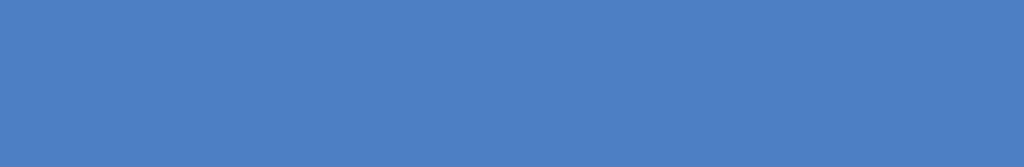
<source format=kicad_pcb>
(kicad_pcb (version 20171130) (host pcbnew "(5.0.2)-1")

  (general
    (thickness 1.6)
    (drawings 1)
    (tracks 43)
    (zones 0)
    (modules 13)
    (nets 9)
  )

  (page A4)
  (layers
    (0 F.Cu signal hide)
    (31 B.Cu signal hide)
    (32 B.Adhes user)
    (33 F.Adhes user)
    (34 B.Paste user)
    (35 F.Paste user)
    (36 B.SilkS user)
    (37 F.SilkS user)
    (38 B.Mask user)
    (39 F.Mask user)
    (40 Dwgs.User user)
    (41 Cmts.User user)
    (42 Eco1.User user)
    (43 Eco2.User user)
    (44 Edge.Cuts user)
    (45 Margin user)
    (46 B.CrtYd user)
    (47 F.CrtYd user)
    (48 B.Fab user)
    (49 F.Fab user)
  )

  (setup
    (last_trace_width 0.25)
    (user_trace_width 0.5)
    (user_trace_width 0.75)
    (trace_clearance 0.4)
    (zone_clearance 0.508)
    (zone_45_only no)
    (trace_min 0.2)
    (segment_width 0.2)
    (edge_width 0.15)
    (via_size 0.8)
    (via_drill 0.4)
    (via_min_size 0.4)
    (via_min_drill 0.3)
    (user_via 1.5 0.7)
    (user_via 2 1)
    (uvia_size 0.3)
    (uvia_drill 0.1)
    (uvias_allowed yes)
    (uvia_min_size 0.2)
    (uvia_min_drill 0.1)
    (pcb_text_width 0.3)
    (pcb_text_size 1.5 1.5)
    (mod_edge_width 0.15)
    (mod_text_size 1 1)
    (mod_text_width 0.15)
    (pad_size 4.3 4.3)
    (pad_drill 4.3)
    (pad_to_mask_clearance 0.051)
    (solder_mask_min_width 0.25)
    (aux_axis_origin 0 0)
    (visible_elements 7FFFFFFF)
    (pcbplotparams
      (layerselection 0x010fc_ffffffff)
      (usegerberextensions false)
      (usegerberattributes false)
      (usegerberadvancedattributes false)
      (creategerberjobfile false)
      (excludeedgelayer true)
      (linewidth 0.100000)
      (plotframeref false)
      (viasonmask false)
      (mode 1)
      (useauxorigin false)
      (hpglpennumber 1)
      (hpglpenspeed 20)
      (hpglpendiameter 15.000000)
      (psnegative false)
      (psa4output false)
      (plotreference true)
      (plotvalue true)
      (plotinvisibletext false)
      (padsonsilk false)
      (subtractmaskfromsilk false)
      (outputformat 1)
      (mirror false)
      (drillshape 0)
      (scaleselection 1)
      (outputdirectory ""))
  )

  (net 0 "")
  (net 1 GND)
  (net 2 +5V)
  (net 3 VCurrentRef)
  (net 4 "Net-(C3-Pad1)")
  (net 5 "Net-(J0-Pad1)")
  (net 6 VCurrentProbe)
  (net 7 VProbeOut)
  (net 8 "Net-(R1-Pad2)")

  (net_class Default "Ceci est la Netclass par défaut."
    (clearance 0.4)
    (trace_width 0.25)
    (via_dia 0.8)
    (via_drill 0.4)
    (uvia_dia 0.3)
    (uvia_drill 0.1)
    (add_net +5V)
    (add_net GND)
    (add_net "Net-(C3-Pad1)")
    (add_net "Net-(J0-Pad1)")
    (add_net "Net-(R1-Pad2)")
    (add_net VCurrentProbe)
    (add_net VCurrentRef)
    (add_net VProbeOut)
  )

  (module MountingHole:MountingHole_4.3mm_M4 (layer F.Cu) (tedit 56D1B4CB) (tstamp 5C9EE1F8)
    (at 69.85 30.48)
    (descr "Mounting Hole 4.3mm, no annular, M4")
    (tags "mounting hole 4.3mm no annular m4")
    (attr virtual)
    (fp_text reference REF** (at 0 -5.3) (layer F.SilkS)
      (effects (font (size 1 1) (thickness 0.15)))
    )
    (fp_text value MountingHole_4.3mm_M4 (at 0 5.3) (layer F.Fab)
      (effects (font (size 1 1) (thickness 0.15)))
    )
    (fp_circle (center 0 0) (end 4.55 0) (layer F.CrtYd) (width 0.05))
    (fp_circle (center 0 0) (end 4.3 0) (layer Cmts.User) (width 0.15))
    (fp_text user %R (at 0.3 0) (layer F.Fab)
      (effects (font (size 1 1) (thickness 0.15)))
    )
    (pad 1 np_thru_hole circle (at 0 0) (size 4.3 4.3) (drill 4.3) (layers *.Cu *.Mask))
  )

  (module MountingHole:MountingHole_4.3mm_M4 (layer F.Cu) (tedit 56D1B4CB) (tstamp 5C9EE1E9)
    (at 37.465 30.48)
    (descr "Mounting Hole 4.3mm, no annular, M4")
    (tags "mounting hole 4.3mm no annular m4")
    (attr virtual)
    (fp_text reference REF** (at 0 -5.3) (layer F.SilkS)
      (effects (font (size 1 1) (thickness 0.15)))
    )
    (fp_text value MountingHole_4.3mm_M4 (at 0 5.3) (layer F.Fab)
      (effects (font (size 1 1) (thickness 0.15)))
    )
    (fp_circle (center 0 0) (end 4.55 0) (layer F.CrtYd) (width 0.05))
    (fp_circle (center 0 0) (end 4.3 0) (layer Cmts.User) (width 0.15))
    (fp_text user %R (at 0.3 0) (layer F.Fab)
      (effects (font (size 1 1) (thickness 0.15)))
    )
    (pad 1 np_thru_hole circle (at 0 0) (size 4.3 4.3) (drill 4.3) (layers *.Cu *.Mask))
  )

  (module MountingHole:MountingHole_4.3mm_M4 (layer F.Cu) (tedit 56D1B4CB) (tstamp 5C9EE1DA)
    (at 37.465 88.9)
    (descr "Mounting Hole 4.3mm, no annular, M4")
    (tags "mounting hole 4.3mm no annular m4")
    (attr virtual)
    (fp_text reference REF** (at 0 -5.3) (layer F.SilkS)
      (effects (font (size 1 1) (thickness 0.15)))
    )
    (fp_text value MountingHole_4.3mm_M4 (at 0 5.3) (layer F.Fab)
      (effects (font (size 1 1) (thickness 0.15)))
    )
    (fp_circle (center 0 0) (end 4.55 0) (layer F.CrtYd) (width 0.05))
    (fp_circle (center 0 0) (end 4.3 0) (layer Cmts.User) (width 0.15))
    (fp_text user %R (at 0.3 0) (layer F.Fab)
      (effects (font (size 1 1) (thickness 0.15)))
    )
    (pad 1 np_thru_hole circle (at 0 0) (size 4.3 4.3) (drill 4.3) (layers *.Cu *.Mask))
  )

  (module MountingHole:MountingHole_4.3mm_M4 (layer F.Cu) (tedit 56D1B4CB) (tstamp 5C9EE1CB)
    (at 69.85 88.9)
    (descr "Mounting Hole 4.3mm, no annular, M4")
    (tags "mounting hole 4.3mm no annular m4")
    (attr virtual)
    (fp_text reference REF** (at 0 -5.3) (layer F.SilkS)
      (effects (font (size 1 1) (thickness 0.15)))
    )
    (fp_text value MountingHole_4.3mm_M4 (at 0 5.3) (layer F.Fab)
      (effects (font (size 1 1) (thickness 0.15)))
    )
    (fp_circle (center 0 0) (end 4.55 0) (layer F.CrtYd) (width 0.05))
    (fp_circle (center 0 0) (end 4.3 0) (layer Cmts.User) (width 0.15))
    (fp_text user %R (at 0.3 0) (layer F.Fab)
      (effects (font (size 1 1) (thickness 0.15)))
    )
    (pad 1 np_thru_hole circle (at 0 0) (size 4.3 4.3) (drill 4.3) (layers *.Cu *.Mask))
  )

  (module Capacitor_SMD:C_0603_1608Metric (layer F.Cu) (tedit 5B301BBE) (tstamp 5C9EB413)
    (at 36.3475 43.18)
    (descr "Capacitor SMD 0603 (1608 Metric), square (rectangular) end terminal, IPC_7351 nominal, (Body size source: http://www.tortai-tech.com/upload/download/2011102023233369053.pdf), generated with kicad-footprint-generator")
    (tags capacitor)
    (path /5C927A2E)
    (attr smd)
    (fp_text reference C1 (at 0 -1.43) (layer F.SilkS)
      (effects (font (size 1 1) (thickness 0.15)))
    )
    (fp_text value 47n (at 0 1.43) (layer F.Fab)
      (effects (font (size 1 1) (thickness 0.15)))
    )
    (fp_text user %R (at 0 0) (layer F.Fab)
      (effects (font (size 0.4 0.4) (thickness 0.06)))
    )
    (fp_line (start 1.48 0.73) (end -1.48 0.73) (layer F.CrtYd) (width 0.05))
    (fp_line (start 1.48 -0.73) (end 1.48 0.73) (layer F.CrtYd) (width 0.05))
    (fp_line (start -1.48 -0.73) (end 1.48 -0.73) (layer F.CrtYd) (width 0.05))
    (fp_line (start -1.48 0.73) (end -1.48 -0.73) (layer F.CrtYd) (width 0.05))
    (fp_line (start -0.162779 0.51) (end 0.162779 0.51) (layer F.SilkS) (width 0.12))
    (fp_line (start -0.162779 -0.51) (end 0.162779 -0.51) (layer F.SilkS) (width 0.12))
    (fp_line (start 0.8 0.4) (end -0.8 0.4) (layer F.Fab) (width 0.1))
    (fp_line (start 0.8 -0.4) (end 0.8 0.4) (layer F.Fab) (width 0.1))
    (fp_line (start -0.8 -0.4) (end 0.8 -0.4) (layer F.Fab) (width 0.1))
    (fp_line (start -0.8 0.4) (end -0.8 -0.4) (layer F.Fab) (width 0.1))
    (pad 2 smd roundrect (at 0.7875 0) (size 0.875 0.95) (layers F.Cu F.Paste F.Mask) (roundrect_rratio 0.25)
      (net 1 GND))
    (pad 1 smd roundrect (at -0.7875 0) (size 0.875 0.95) (layers F.Cu F.Paste F.Mask) (roundrect_rratio 0.25)
      (net 2 +5V))
    (model ${KISYS3DMOD}/Capacitor_SMD.3dshapes/C_0603_1608Metric.wrl
      (at (xyz 0 0 0))
      (scale (xyz 1 1 1))
      (rotate (xyz 0 0 0))
    )
  )

  (module Capacitor_SMD:C_0603_1608Metric (layer F.Cu) (tedit 5B301BBE) (tstamp 5C9EB424)
    (at 68.58 43.18 180)
    (descr "Capacitor SMD 0603 (1608 Metric), square (rectangular) end terminal, IPC_7351 nominal, (Body size source: http://www.tortai-tech.com/upload/download/2011102023233369053.pdf), generated with kicad-footprint-generator")
    (tags capacitor)
    (path /5C927A96)
    (attr smd)
    (fp_text reference C2 (at 0 -1.43 180) (layer F.SilkS)
      (effects (font (size 1 1) (thickness 0.15)))
    )
    (fp_text value 47n (at 0 1.43 180) (layer F.Fab)
      (effects (font (size 1 1) (thickness 0.15)))
    )
    (fp_line (start -0.8 0.4) (end -0.8 -0.4) (layer F.Fab) (width 0.1))
    (fp_line (start -0.8 -0.4) (end 0.8 -0.4) (layer F.Fab) (width 0.1))
    (fp_line (start 0.8 -0.4) (end 0.8 0.4) (layer F.Fab) (width 0.1))
    (fp_line (start 0.8 0.4) (end -0.8 0.4) (layer F.Fab) (width 0.1))
    (fp_line (start -0.162779 -0.51) (end 0.162779 -0.51) (layer F.SilkS) (width 0.12))
    (fp_line (start -0.162779 0.51) (end 0.162779 0.51) (layer F.SilkS) (width 0.12))
    (fp_line (start -1.48 0.73) (end -1.48 -0.73) (layer F.CrtYd) (width 0.05))
    (fp_line (start -1.48 -0.73) (end 1.48 -0.73) (layer F.CrtYd) (width 0.05))
    (fp_line (start 1.48 -0.73) (end 1.48 0.73) (layer F.CrtYd) (width 0.05))
    (fp_line (start 1.48 0.73) (end -1.48 0.73) (layer F.CrtYd) (width 0.05))
    (fp_text user %R (at 0 0 180) (layer F.Fab)
      (effects (font (size 0.4 0.4) (thickness 0.06)))
    )
    (pad 1 smd roundrect (at -0.7875 0 180) (size 0.875 0.95) (layers F.Cu F.Paste F.Mask) (roundrect_rratio 0.25)
      (net 1 GND))
    (pad 2 smd roundrect (at 0.7875 0 180) (size 0.875 0.95) (layers F.Cu F.Paste F.Mask) (roundrect_rratio 0.25)
      (net 3 VCurrentRef))
    (model ${KISYS3DMOD}/Capacitor_SMD.3dshapes/C_0603_1608Metric.wrl
      (at (xyz 0 0 0))
      (scale (xyz 1 1 1))
      (rotate (xyz 0 0 0))
    )
  )

  (module Capacitor_SMD:C_0603_1608Metric (layer F.Cu) (tedit 5B301BBE) (tstamp 5C9EB435)
    (at 45.72 43.18 180)
    (descr "Capacitor SMD 0603 (1608 Metric), square (rectangular) end terminal, IPC_7351 nominal, (Body size source: http://www.tortai-tech.com/upload/download/2011102023233369053.pdf), generated with kicad-footprint-generator")
    (tags capacitor)
    (path /5C9279CB)
    (attr smd)
    (fp_text reference C3 (at 0 -1.43 180) (layer F.SilkS)
      (effects (font (size 1 1) (thickness 0.15)))
    )
    (fp_text value 47n (at 0 1.43 180) (layer F.Fab)
      (effects (font (size 1 1) (thickness 0.15)))
    )
    (fp_line (start -0.8 0.4) (end -0.8 -0.4) (layer F.Fab) (width 0.1))
    (fp_line (start -0.8 -0.4) (end 0.8 -0.4) (layer F.Fab) (width 0.1))
    (fp_line (start 0.8 -0.4) (end 0.8 0.4) (layer F.Fab) (width 0.1))
    (fp_line (start 0.8 0.4) (end -0.8 0.4) (layer F.Fab) (width 0.1))
    (fp_line (start -0.162779 -0.51) (end 0.162779 -0.51) (layer F.SilkS) (width 0.12))
    (fp_line (start -0.162779 0.51) (end 0.162779 0.51) (layer F.SilkS) (width 0.12))
    (fp_line (start -1.48 0.73) (end -1.48 -0.73) (layer F.CrtYd) (width 0.05))
    (fp_line (start -1.48 -0.73) (end 1.48 -0.73) (layer F.CrtYd) (width 0.05))
    (fp_line (start 1.48 -0.73) (end 1.48 0.73) (layer F.CrtYd) (width 0.05))
    (fp_line (start 1.48 0.73) (end -1.48 0.73) (layer F.CrtYd) (width 0.05))
    (fp_text user %R (at 0 0 180) (layer F.Fab)
      (effects (font (size 0.4 0.4) (thickness 0.06)))
    )
    (pad 1 smd roundrect (at -0.7875 0 180) (size 0.875 0.95) (layers F.Cu F.Paste F.Mask) (roundrect_rratio 0.25)
      (net 4 "Net-(C3-Pad1)"))
    (pad 2 smd roundrect (at 0.7875 0 180) (size 0.875 0.95) (layers F.Cu F.Paste F.Mask) (roundrect_rratio 0.25)
      (net 1 GND))
    (model ${KISYS3DMOD}/Capacitor_SMD.3dshapes/C_0603_1608Metric.wrl
      (at (xyz 0 0 0))
      (scale (xyz 1 1 1))
      (rotate (xyz 0 0 0))
    )
  )

  (module Connector_Pin:Pin_D1.3mm_L11.3mm_W2.8mm_Flat (layer F.Cu) (tedit 5A1DC085) (tstamp 5C9EB447)
    (at 72.39 39.37)
    (descr "solder Pin_ with flat with hole, hole diameter 1.3mm, length 11.3mm, width 2.8mm")
    (tags "solder Pin_ with flat fork")
    (path /5C929020)
    (fp_text reference J0 (at 0 2.25) (layer F.SilkS)
      (effects (font (size 1 1) (thickness 0.15)))
    )
    (fp_text value VProbeIN (at 0 -2.05) (layer F.Fab)
      (effects (font (size 1 1) (thickness 0.15)))
    )
    (fp_line (start 1.9 1.8) (end -1.9 1.8) (layer F.CrtYd) (width 0.05))
    (fp_line (start 1.9 1.8) (end 1.9 -1.8) (layer F.CrtYd) (width 0.05))
    (fp_line (start -1.9 -1.8) (end -1.9 1.8) (layer F.CrtYd) (width 0.05))
    (fp_line (start -1.9 -1.8) (end 1.9 -1.8) (layer F.CrtYd) (width 0.05))
    (fp_line (start -1.4 0.25) (end -1.4 -0.25) (layer F.Fab) (width 0.12))
    (fp_line (start 1.4 -0.25) (end 1.4 0.25) (layer F.Fab) (width 0.12))
    (fp_line (start -1.5 1.45) (end 1.5 1.45) (layer F.SilkS) (width 0.12))
    (fp_line (start -1.5 -1.4) (end -1.5 1.45) (layer F.SilkS) (width 0.12))
    (fp_line (start 1.5 -1.4) (end 1.5 1.45) (layer F.SilkS) (width 0.12))
    (fp_line (start -1.5 -1.4) (end 1.5 -1.4) (layer F.SilkS) (width 0.12))
    (fp_line (start -1.4 -0.25) (end 1.4 -0.25) (layer F.Fab) (width 0.12))
    (fp_line (start 1.4 0.25) (end -1.4 0.25) (layer F.Fab) (width 0.12))
    (fp_text user %R (at 0 2.25) (layer F.Fab)
      (effects (font (size 1 1) (thickness 0.15)))
    )
    (pad 1 thru_hole circle (at 0 0) (size 2.6 2.6) (drill 1.3) (layers *.Cu *.Mask)
      (net 5 "Net-(J0-Pad1)"))
    (model ${KISYS3DMOD}/Connector_Pin.3dshapes/Pin_D1.3mm_L11.3mm_W2.8mm_Flat.wrl
      (at (xyz 0 0 0))
      (scale (xyz 1 1 1))
      (rotate (xyz 0 0 0))
    )
  )

  (module Connector_PinHeader_2.54mm:PinHeader_1x05_P2.54mm_Vertical (layer F.Cu) (tedit 59FED5CC) (tstamp 5C9EB460)
    (at 45.72 39.37 270)
    (descr "Through hole straight pin header, 1x05, 2.54mm pitch, single row")
    (tags "Through hole pin header THT 1x05 2.54mm single row")
    (path /5C9290F1)
    (fp_text reference J1 (at 0 -2.33 270) (layer F.SilkS)
      (effects (font (size 1 1) (thickness 0.15)))
    )
    (fp_text value Capteurs (at 0 12.49 270) (layer F.Fab)
      (effects (font (size 1 1) (thickness 0.15)))
    )
    (fp_line (start -0.635 -1.27) (end 1.27 -1.27) (layer F.Fab) (width 0.1))
    (fp_line (start 1.27 -1.27) (end 1.27 11.43) (layer F.Fab) (width 0.1))
    (fp_line (start 1.27 11.43) (end -1.27 11.43) (layer F.Fab) (width 0.1))
    (fp_line (start -1.27 11.43) (end -1.27 -0.635) (layer F.Fab) (width 0.1))
    (fp_line (start -1.27 -0.635) (end -0.635 -1.27) (layer F.Fab) (width 0.1))
    (fp_line (start -1.33 11.49) (end 1.33 11.49) (layer F.SilkS) (width 0.12))
    (fp_line (start -1.33 1.27) (end -1.33 11.49) (layer F.SilkS) (width 0.12))
    (fp_line (start 1.33 1.27) (end 1.33 11.49) (layer F.SilkS) (width 0.12))
    (fp_line (start -1.33 1.27) (end 1.33 1.27) (layer F.SilkS) (width 0.12))
    (fp_line (start -1.33 0) (end -1.33 -1.33) (layer F.SilkS) (width 0.12))
    (fp_line (start -1.33 -1.33) (end 0 -1.33) (layer F.SilkS) (width 0.12))
    (fp_line (start -1.8 -1.8) (end -1.8 11.95) (layer F.CrtYd) (width 0.05))
    (fp_line (start -1.8 11.95) (end 1.8 11.95) (layer F.CrtYd) (width 0.05))
    (fp_line (start 1.8 11.95) (end 1.8 -1.8) (layer F.CrtYd) (width 0.05))
    (fp_line (start 1.8 -1.8) (end -1.8 -1.8) (layer F.CrtYd) (width 0.05))
    (fp_text user %R (at 0 5.08) (layer F.Fab)
      (effects (font (size 1 1) (thickness 0.15)))
    )
    (pad 1 thru_hole rect (at 0 0 270) (size 1.7 1.7) (drill 1) (layers *.Cu *.Mask)
      (net 1 GND))
    (pad 2 thru_hole oval (at 0 2.54 270) (size 1.7 1.7) (drill 1) (layers *.Cu *.Mask)
      (net 3 VCurrentRef))
    (pad 3 thru_hole oval (at 0 5.08 270) (size 1.7 1.7) (drill 1) (layers *.Cu *.Mask)
      (net 6 VCurrentProbe))
    (pad 4 thru_hole oval (at 0 7.62 270) (size 1.7 1.7) (drill 1) (layers *.Cu *.Mask)
      (net 7 VProbeOut))
    (pad 5 thru_hole oval (at 0 10.16 270) (size 1.7 1.7) (drill 1) (layers *.Cu *.Mask)
      (net 2 +5V))
    (model ${KISYS3DMOD}/Connector_PinHeader_2.54mm.3dshapes/PinHeader_1x05_P2.54mm_Vertical.wrl
      (at (xyz 0 0 0))
      (scale (xyz 1 1 1))
      (rotate (xyz 0 0 0))
    )
  )

  (module Resistor_SMD:R_0603_1608Metric (layer F.Cu) (tedit 5B301BBD) (tstamp 5C9EB471)
    (at 68.58 38.1 180)
    (descr "Resistor SMD 0603 (1608 Metric), square (rectangular) end terminal, IPC_7351 nominal, (Body size source: http://www.tortai-tech.com/upload/download/2011102023233369053.pdf), generated with kicad-footprint-generator")
    (tags resistor)
    (path /5C9278CE)
    (attr smd)
    (fp_text reference R1 (at 0 -1.43 180) (layer F.SilkS)
      (effects (font (size 1 1) (thickness 0.15)))
    )
    (fp_text value 5.1M (at 0 1.43 180) (layer F.Fab)
      (effects (font (size 1 1) (thickness 0.15)))
    )
    (fp_line (start -0.8 0.4) (end -0.8 -0.4) (layer F.Fab) (width 0.1))
    (fp_line (start -0.8 -0.4) (end 0.8 -0.4) (layer F.Fab) (width 0.1))
    (fp_line (start 0.8 -0.4) (end 0.8 0.4) (layer F.Fab) (width 0.1))
    (fp_line (start 0.8 0.4) (end -0.8 0.4) (layer F.Fab) (width 0.1))
    (fp_line (start -0.162779 -0.51) (end 0.162779 -0.51) (layer F.SilkS) (width 0.12))
    (fp_line (start -0.162779 0.51) (end 0.162779 0.51) (layer F.SilkS) (width 0.12))
    (fp_line (start -1.48 0.73) (end -1.48 -0.73) (layer F.CrtYd) (width 0.05))
    (fp_line (start -1.48 -0.73) (end 1.48 -0.73) (layer F.CrtYd) (width 0.05))
    (fp_line (start 1.48 -0.73) (end 1.48 0.73) (layer F.CrtYd) (width 0.05))
    (fp_line (start 1.48 0.73) (end -1.48 0.73) (layer F.CrtYd) (width 0.05))
    (fp_text user %R (at 0 0 180) (layer F.Fab)
      (effects (font (size 0.4 0.4) (thickness 0.06)))
    )
    (pad 1 smd roundrect (at -0.7875 0 180) (size 0.875 0.95) (layers F.Cu F.Paste F.Mask) (roundrect_rratio 0.25)
      (net 5 "Net-(J0-Pad1)"))
    (pad 2 smd roundrect (at 0.7875 0 180) (size 0.875 0.95) (layers F.Cu F.Paste F.Mask) (roundrect_rratio 0.25)
      (net 8 "Net-(R1-Pad2)"))
    (model ${KISYS3DMOD}/Resistor_SMD.3dshapes/R_0603_1608Metric.wrl
      (at (xyz 0 0 0))
      (scale (xyz 1 1 1))
      (rotate (xyz 0 0 0))
    )
  )

  (module Resistor_SMD:R_0603_1608Metric (layer F.Cu) (tedit 5B301BBD) (tstamp 5C9EB482)
    (at 68.58 40.64)
    (descr "Resistor SMD 0603 (1608 Metric), square (rectangular) end terminal, IPC_7351 nominal, (Body size source: http://www.tortai-tech.com/upload/download/2011102023233369053.pdf), generated with kicad-footprint-generator")
    (tags resistor)
    (path /5C927956)
    (attr smd)
    (fp_text reference R2 (at 0 -1.43) (layer F.SilkS)
      (effects (font (size 1 1) (thickness 0.15)))
    )
    (fp_text value 1M (at 0 1.695001) (layer F.Fab)
      (effects (font (size 1 1) (thickness 0.15)))
    )
    (fp_text user %R (at 0 0) (layer F.Fab)
      (effects (font (size 0.4 0.4) (thickness 0.06)))
    )
    (fp_line (start 1.48 0.73) (end -1.48 0.73) (layer F.CrtYd) (width 0.05))
    (fp_line (start 1.48 -0.73) (end 1.48 0.73) (layer F.CrtYd) (width 0.05))
    (fp_line (start -1.48 -0.73) (end 1.48 -0.73) (layer F.CrtYd) (width 0.05))
    (fp_line (start -1.48 0.73) (end -1.48 -0.73) (layer F.CrtYd) (width 0.05))
    (fp_line (start -0.162779 0.51) (end 0.162779 0.51) (layer F.SilkS) (width 0.12))
    (fp_line (start -0.162779 -0.51) (end 0.162779 -0.51) (layer F.SilkS) (width 0.12))
    (fp_line (start 0.8 0.4) (end -0.8 0.4) (layer F.Fab) (width 0.1))
    (fp_line (start 0.8 -0.4) (end 0.8 0.4) (layer F.Fab) (width 0.1))
    (fp_line (start -0.8 -0.4) (end 0.8 -0.4) (layer F.Fab) (width 0.1))
    (fp_line (start -0.8 0.4) (end -0.8 -0.4) (layer F.Fab) (width 0.1))
    (pad 2 smd roundrect (at 0.7875 0) (size 0.875 0.95) (layers F.Cu F.Paste F.Mask) (roundrect_rratio 0.25)
      (net 1 GND))
    (pad 1 smd roundrect (at -0.7875 0) (size 0.875 0.95) (layers F.Cu F.Paste F.Mask) (roundrect_rratio 0.25)
      (net 8 "Net-(R1-Pad2)"))
    (model ${KISYS3DMOD}/Resistor_SMD.3dshapes/R_0603_1608Metric.wrl
      (at (xyz 0 0 0))
      (scale (xyz 1 1 1))
      (rotate (xyz 0 0 0))
    )
  )

  (module Package_SO:SOIC-8_3.9x4.9mm_P1.27mm (layer F.Cu) (tedit 5A02F2D3) (tstamp 5C9EB49F)
    (at 61.595 40.64 180)
    (descr "8-Lead Plastic Small Outline (SN) - Narrow, 3.90 mm Body [SOIC] (see Microchip Packaging Specification http://ww1.microchip.com/downloads/en/PackagingSpec/00000049BQ.pdf)")
    (tags "SOIC 1.27")
    (path /5C9276D7)
    (attr smd)
    (fp_text reference U0 (at 0 -3.5 180) (layer F.SilkS)
      (effects (font (size 1 1) (thickness 0.15)))
    )
    (fp_text value MCP6002-xMS (at 0 3.5 180) (layer F.Fab)
      (effects (font (size 1 1) (thickness 0.15)))
    )
    (fp_text user %R (at 0 0 180) (layer F.Fab)
      (effects (font (size 1 1) (thickness 0.15)))
    )
    (fp_line (start -0.95 -2.45) (end 1.95 -2.45) (layer F.Fab) (width 0.1))
    (fp_line (start 1.95 -2.45) (end 1.95 2.45) (layer F.Fab) (width 0.1))
    (fp_line (start 1.95 2.45) (end -1.95 2.45) (layer F.Fab) (width 0.1))
    (fp_line (start -1.95 2.45) (end -1.95 -1.45) (layer F.Fab) (width 0.1))
    (fp_line (start -1.95 -1.45) (end -0.95 -2.45) (layer F.Fab) (width 0.1))
    (fp_line (start -3.73 -2.7) (end -3.73 2.7) (layer F.CrtYd) (width 0.05))
    (fp_line (start 3.73 -2.7) (end 3.73 2.7) (layer F.CrtYd) (width 0.05))
    (fp_line (start -3.73 -2.7) (end 3.73 -2.7) (layer F.CrtYd) (width 0.05))
    (fp_line (start -3.73 2.7) (end 3.73 2.7) (layer F.CrtYd) (width 0.05))
    (fp_line (start -2.075 -2.575) (end -2.075 -2.525) (layer F.SilkS) (width 0.15))
    (fp_line (start 2.075 -2.575) (end 2.075 -2.43) (layer F.SilkS) (width 0.15))
    (fp_line (start 2.075 2.575) (end 2.075 2.43) (layer F.SilkS) (width 0.15))
    (fp_line (start -2.075 2.575) (end -2.075 2.43) (layer F.SilkS) (width 0.15))
    (fp_line (start -2.075 -2.575) (end 2.075 -2.575) (layer F.SilkS) (width 0.15))
    (fp_line (start -2.075 2.575) (end 2.075 2.575) (layer F.SilkS) (width 0.15))
    (fp_line (start -2.075 -2.525) (end -3.475 -2.525) (layer F.SilkS) (width 0.15))
    (pad 1 smd rect (at -2.7 -1.905 180) (size 1.55 0.6) (layers F.Cu F.Paste F.Mask)
      (net 7 VProbeOut))
    (pad 2 smd rect (at -2.7 -0.635 180) (size 1.55 0.6) (layers F.Cu F.Paste F.Mask)
      (net 7 VProbeOut))
    (pad 3 smd rect (at -2.7 0.635 180) (size 1.55 0.6) (layers F.Cu F.Paste F.Mask)
      (net 8 "Net-(R1-Pad2)"))
    (pad 4 smd rect (at -2.7 1.905 180) (size 1.55 0.6) (layers F.Cu F.Paste F.Mask)
      (net 1 GND))
    (pad 5 smd rect (at 2.7 1.905 180) (size 1.55 0.6) (layers F.Cu F.Paste F.Mask)
      (net 4 "Net-(C3-Pad1)"))
    (pad 6 smd rect (at 2.7 0.635 180) (size 1.55 0.6) (layers F.Cu F.Paste F.Mask)
      (net 6 VCurrentProbe))
    (pad 7 smd rect (at 2.7 -0.635 180) (size 1.55 0.6) (layers F.Cu F.Paste F.Mask)
      (net 6 VCurrentProbe))
    (pad 8 smd rect (at 2.7 -1.905 180) (size 1.55 0.6) (layers F.Cu F.Paste F.Mask)
      (net 2 +5V))
    (model ${KISYS3DMOD}/Package_SO.3dshapes/SOIC-8_3.9x4.9mm_P1.27mm.wrl
      (at (xyz 0 0 0))
      (scale (xyz 1 1 1))
      (rotate (xyz 0 0 0))
    )
  )

  (module Sensor_Current:LEM_HTFS (layer F.Cu) (tedit 5B302CC0) (tstamp 5C9EB4DD)
    (at 53.595001 40.745001)
    (descr "LEM HTFS x00-P current transducer (https://www.lem.com/sites/default/files/products_datasheets/htfs_200_800-p.pdf)")
    (tags "HTFS current transducer")
    (path /5C927843)
    (fp_text reference U1 (at -1.5 -3.5 180) (layer F.SilkS)
      (effects (font (size 1 1) (thickness 0.15)))
    )
    (fp_text value HTFS400-P (at 0 9.5 180) (layer F.Fab)
      (effects (font (size 1 1) (thickness 0.15)))
    )
    (fp_line (start -8.38 5.01) (end -14.2 5.01) (layer F.SilkS) (width 0.12))
    (fp_line (start -18.61 37.82) (end -18.61 32.01) (layer F.SilkS) (width 0.12))
    (fp_line (start -4.61 -2.49) (end -4.61 3.74) (layer F.SilkS) (width 0.12))
    (fp_line (start -4.61 -2.49) (end 2.61 -2.49) (layer F.SilkS) (width 0.12))
    (fp_line (start 2.61 -2.49) (end 2.61 3.37) (layer F.SilkS) (width 0.12))
    (fp_circle (center 0 23.62) (end 0 3.32) (layer F.Fab) (width 0.1))
    (fp_text user %R (at 0 11.5 180) (layer F.Fab)
      (effects (font (size 1 1) (thickness 0.15)))
    )
    (fp_line (start 20.55 44.17) (end -20.55 44.17) (layer F.CrtYd) (width 0.05))
    (fp_line (start -20.55 44.17) (end -20.55 3.87) (layer F.CrtYd) (width 0.05))
    (fp_line (start -20.55 3.87) (end -5.68 3.87) (layer F.CrtYd) (width 0.05))
    (fp_line (start -4.75 3.62) (end -4.75 -2.62) (layer F.CrtYd) (width 0.05))
    (fp_line (start -4.75 -2.62) (end 2.75 -2.62) (layer F.CrtYd) (width 0.05))
    (fp_line (start 2.75 -2.62) (end 2.75 3.25) (layer F.CrtYd) (width 0.05))
    (fp_line (start 5.68 3.87) (end 20.55 3.87) (layer F.CrtYd) (width 0.05))
    (fp_line (start 20.55 44.17) (end 20.55 3.87) (layer F.CrtYd) (width 0.05))
    (fp_line (start -4.5 -2.38) (end -4.5 3.82) (layer F.Fab) (width 0.1))
    (fp_line (start 2.5 -2.38) (end 2.5 3.47) (layer F.Fab) (width 0.1))
    (fp_line (start -4.5 -2.38) (end 2.5 -2.38) (layer F.Fab) (width 0.1))
    (fp_line (start -14.25 5.12) (end -8.36 5.12) (layer F.Fab) (width 0.1))
    (fp_line (start -18.5 15.26) (end -18.5 9.37) (layer F.Fab) (width 0.1))
    (fp_arc (start -16.5 7.12) (end -14.25 5.12) (angle -186.7) (layer F.Fab) (width 0.1))
    (fp_line (start 14.25 5.12) (end 8.36 5.12) (layer F.Fab) (width 0.1))
    (fp_line (start 18.5 15.26) (end 18.5 9.37) (layer F.Fab) (width 0.1))
    (fp_arc (start 16.5 7.12) (end 18.5 9.37) (angle -186.7) (layer F.Fab) (width 0.1))
    (fp_arc (start 16.5 40.12) (end 14.25 42.12) (angle -186.7) (layer F.Fab) (width 0.1))
    (fp_line (start 18.5 37.87) (end 18.5 31.98) (layer F.Fab) (width 0.1))
    (fp_line (start -14.25 42.12) (end -8.36 42.12) (layer F.Fab) (width 0.1))
    (fp_line (start 14.25 42.12) (end 8.36 42.12) (layer F.Fab) (width 0.1))
    (fp_line (start -18.5 37.87) (end -18.5 31.98) (layer F.Fab) (width 0.1))
    (fp_arc (start -16.5 40.12) (end -18.5 37.87) (angle -186.7) (layer F.Fab) (width 0.1))
    (fp_line (start -4.75 3.62) (end -5.68 3.62) (layer F.CrtYd) (width 0.05))
    (fp_line (start -5.68 3.62) (end -5.68 3.87) (layer F.CrtYd) (width 0.05))
    (fp_line (start 5.68 3.87) (end 5.68 3.25) (layer F.CrtYd) (width 0.05))
    (fp_line (start 5.68 3.25) (end 2.75 3.25) (layer F.CrtYd) (width 0.05))
    (fp_arc (start -16.5 7.12) (end -14.2 5.01) (angle -185) (layer F.SilkS) (width 0.12))
    (fp_arc (start 16.5 7.12) (end 18.61 9.42) (angle -185) (layer F.SilkS) (width 0.12))
    (fp_arc (start 16.5 40.12) (end 14.2 42.23) (angle -185) (layer F.SilkS) (width 0.12))
    (fp_arc (start -16.5 40.12) (end -18.61 37.82) (angle -185) (layer F.SilkS) (width 0.12))
    (fp_arc (start 0 23.62) (end -4.61 3.74) (angle -11.1) (layer F.SilkS) (width 0.12))
    (fp_line (start 8.38 5.01) (end 14.2 5.01) (layer F.SilkS) (width 0.12))
    (fp_arc (start 0 23.62) (end 8.38 5.01) (angle -16.9) (layer F.SilkS) (width 0.12))
    (fp_arc (start 0 23.62) (end -18.61 15.23) (angle -48.5) (layer F.SilkS) (width 0.12))
    (fp_line (start 18.61 15.23) (end 18.61 9.42) (layer F.SilkS) (width 0.12))
    (fp_arc (start 0 23.62) (end 18.61 15.23) (angle 48.5) (layer F.SilkS) (width 0.12))
    (fp_line (start -18.61 15.23) (end -18.61 9.42) (layer F.SilkS) (width 0.12))
    (fp_line (start 18.61 37.82) (end 18.61 32.01) (layer F.SilkS) (width 0.12))
    (fp_arc (start 0 23.62) (end 8.39 42.23) (angle 48.5) (layer F.SilkS) (width 0.12))
    (fp_line (start 8.38 42.23) (end 14.2 42.23) (layer F.SilkS) (width 0.12))
    (fp_line (start -8.38 42.23) (end -14.2 42.23) (layer F.SilkS) (width 0.12))
    (pad "" np_thru_hole circle (at 0 23.62) (size 22 22) (drill 22) (layers *.Cu *.Mask))
    (pad "" np_thru_hole circle (at -16.5 40.12) (size 1.2 1.2) (drill 1.2) (layers *.Cu *.Mask))
    (pad "" np_thru_hole circle (at 16.5 40.12) (size 1.2 1.2) (drill 1.2) (layers *.Cu *.Mask))
    (pad "" np_thru_hole circle (at 16.5 7.12) (size 1.2 1.2) (drill 1.2) (layers *.Cu *.Mask))
    (pad "" np_thru_hole circle (at -16.5 7.12) (size 1.2 1.2) (drill 1.2) (layers *.Cu *.Mask))
    (pad 4 thru_hole circle (at 0 7.62) (size 1.5 1.5) (drill 0.7) (layers *.Cu *.Mask)
      (net 3 VCurrentRef))
    (pad 3 thru_hole circle (at 0 5.08) (size 1.5 1.5) (drill 0.7) (layers *.Cu *.Mask)
      (net 4 "Net-(C3-Pad1)"))
    (pad 2 thru_hole circle (at 0 2.54) (size 1.5 1.5) (drill 0.7) (layers *.Cu *.Mask)
      (net 1 GND))
    (pad 1 thru_hole rect (at 0 0) (size 1.5 1.5) (drill 0.7) (layers *.Cu *.Mask)
      (net 2 +5V))
    (model ${KISYS3DMOD}/Sensor_Current.3dshapes/LEM_HTFS.wrl
      (at (xyz 0 0 0))
      (scale (xyz 1 1 1))
      (rotate (xyz 0 0 0))
    )
  )

  (gr_text "ClubElek 2019" (at 53.975 88.265) (layer F.Mask)
    (effects (font (size 1.5 1.5) (thickness 0.3)))
  )

  (segment (start 35.56 39.37) (end 35.56 43.18) (width 0.75) (layer F.Cu) (net 2))
  (segment (start 57.87 42.545) (end 58.895 42.545) (width 0.75) (layer F.Cu) (net 2))
  (segment (start 56.395 42.545) (end 57.87 42.545) (width 0.75) (layer F.Cu) (net 2))
  (segment (start 54.595001 40.745001) (end 56.395 42.545) (width 0.75) (layer F.Cu) (net 2))
  (segment (start 53.595001 40.745001) (end 54.595001 40.745001) (width 0.75) (layer F.Cu) (net 2))
  (segment (start 52.095001 40.745001) (end 53.595001 40.745001) (width 0.75) (layer B.Cu) (net 2))
  (segment (start 50.930002 41.91) (end 52.095001 40.745001) (width 0.75) (layer B.Cu) (net 2))
  (segment (start 38.1 41.91) (end 50.930002 41.91) (width 0.75) (layer B.Cu) (net 2))
  (segment (start 35.56 39.37) (end 38.1 41.91) (width 0.75) (layer B.Cu) (net 2))
  (segment (start 53.595001 48.365001) (end 47.095001 48.365001) (width 0.75) (layer F.Cu) (net 3))
  (segment (start 43.18 44.45) (end 43.18 39.37) (width 0.75) (layer F.Cu) (net 3))
  (segment (start 47.095001 48.365001) (end 43.18 44.45) (width 0.75) (layer F.Cu) (net 3))
  (segment (start 62.607499 48.365001) (end 67.7925 43.18) (width 0.75) (layer F.Cu) (net 3))
  (segment (start 53.595001 48.365001) (end 62.607499 48.365001) (width 0.75) (layer F.Cu) (net 3))
  (segment (start 49.152501 45.825001) (end 46.5075 43.18) (width 0.75) (layer F.Cu) (net 4))
  (segment (start 53.595001 45.825001) (end 49.152501 45.825001) (width 0.75) (layer F.Cu) (net 4))
  (segment (start 60.42 38.735) (end 58.895 38.735) (width 0.75) (layer F.Cu) (net 4))
  (segment (start 60.445001 38.760001) (end 60.42 38.735) (width 0.75) (layer F.Cu) (net 4))
  (segment (start 60.445001 43.465001) (end 60.445001 38.760001) (width 0.75) (layer F.Cu) (net 4))
  (segment (start 58.085001 45.825001) (end 60.445001 43.465001) (width 0.75) (layer F.Cu) (net 4))
  (segment (start 53.595001 45.825001) (end 58.085001 45.825001) (width 0.75) (layer F.Cu) (net 4))
  (segment (start 71.12 38.1) (end 72.39 39.37) (width 0.75) (layer F.Cu) (net 5))
  (segment (start 69.3675 38.1) (end 71.12 38.1) (width 0.75) (layer F.Cu) (net 5))
  (segment (start 58.895 41.275) (end 58.895 40.005) (width 0.75) (layer F.Cu) (net 6))
  (segment (start 58.895 40.005) (end 58.42 40.005) (width 0.75) (layer F.Cu) (net 6))
  (segment (start 41.489999 38.520001) (end 40.64 39.37) (width 0.75) (layer F.Cu) (net 6))
  (segment (start 42.265001 37.744999) (end 41.489999 38.520001) (width 0.75) (layer F.Cu) (net 6))
  (segment (start 53.490001 37.744999) (end 42.265001 37.744999) (width 0.75) (layer F.Cu) (net 6))
  (segment (start 55.750002 40.005) (end 53.490001 37.744999) (width 0.75) (layer F.Cu) (net 6))
  (segment (start 58.895 40.005) (end 55.750002 40.005) (width 0.75) (layer F.Cu) (net 6))
  (segment (start 64.295 42.545) (end 64.295 41.275) (width 0.75) (layer F.Cu) (net 7))
  (segment (start 38.949999 38.520001) (end 38.1 39.37) (width 0.75) (layer F.Cu) (net 7))
  (segment (start 40.875011 36.594989) (end 38.949999 38.520001) (width 0.75) (layer F.Cu) (net 7))
  (segment (start 59.906348 36.594989) (end 40.875011 36.594989) (width 0.75) (layer F.Cu) (net 7))
  (segment (start 61.595011 38.283652) (end 59.906348 36.594989) (width 0.75) (layer F.Cu) (net 7))
  (segment (start 61.595011 39.775013) (end 61.595011 38.283652) (width 0.75) (layer F.Cu) (net 7))
  (segment (start 63.094998 41.275) (end 61.595011 39.775013) (width 0.75) (layer F.Cu) (net 7))
  (segment (start 64.295 41.275) (end 63.094998 41.275) (width 0.75) (layer F.Cu) (net 7))
  (segment (start 67.7925 40.64) (end 67.7925 38.1) (width 0.75) (layer F.Cu) (net 8))
  (segment (start 65.32 40.005) (end 64.295 40.005) (width 0.75) (layer F.Cu) (net 8))
  (segment (start 67.7325 40.005) (end 65.32 40.005) (width 0.75) (layer F.Cu) (net 8))
  (segment (start 67.7925 40.065) (end 67.7325 40.005) (width 0.75) (layer F.Cu) (net 8))
  (segment (start 67.7925 40.64) (end 67.7925 40.065) (width 0.75) (layer F.Cu) (net 8))

  (zone (net 1) (net_name GND) (layer F.Cu) (tstamp 5C9EE41D) (hatch edge 0.508)
    (connect_pads (clearance 0.508))
    (min_thickness 0.254)
    (fill yes (arc_segments 16) (thermal_gap 0.508) (thermal_bridge_width 0.508))
    (polygon
      (pts
        (xy 31.75 25.4) (xy 75.565 25.4) (xy 75.565 95.25) (xy 31.75 95.25)
      )
    )
    (filled_polygon
      (pts
        (xy 75.438 95.123) (xy 31.877 95.123) (xy 31.877 88.346029) (xy 34.68 88.346029) (xy 34.68 89.453971)
        (xy 35.103991 90.477576) (xy 35.887424 91.261009) (xy 36.911029 91.685) (xy 38.018971 91.685) (xy 39.042576 91.261009)
        (xy 39.826009 90.477576) (xy 40.25 89.453971) (xy 40.25 88.346029) (xy 67.065 88.346029) (xy 67.065 89.453971)
        (xy 67.488991 90.477576) (xy 68.272424 91.261009) (xy 69.296029 91.685) (xy 70.403971 91.685) (xy 71.427576 91.261009)
        (xy 72.211009 90.477576) (xy 72.635 89.453971) (xy 72.635 88.346029) (xy 72.211009 87.322424) (xy 71.427576 86.538991)
        (xy 70.403971 86.115) (xy 69.296029 86.115) (xy 68.272424 86.538991) (xy 67.488991 87.322424) (xy 67.065 88.346029)
        (xy 40.25 88.346029) (xy 39.826009 87.322424) (xy 39.042576 86.538991) (xy 38.018971 86.115) (xy 36.911029 86.115)
        (xy 35.887424 86.538991) (xy 35.103991 87.322424) (xy 34.68 88.346029) (xy 31.877 88.346029) (xy 31.877 80.619344)
        (xy 35.860001 80.619344) (xy 35.860001 81.110658) (xy 36.048019 81.564572) (xy 36.39543 81.911983) (xy 36.849344 82.100001)
        (xy 37.340658 82.100001) (xy 37.794572 81.911983) (xy 38.141983 81.564572) (xy 38.330001 81.110658) (xy 38.330001 80.619344)
        (xy 68.860001 80.619344) (xy 68.860001 81.110658) (xy 69.048019 81.564572) (xy 69.39543 81.911983) (xy 69.849344 82.100001)
        (xy 70.340658 82.100001) (xy 70.794572 81.911983) (xy 71.141983 81.564572) (xy 71.330001 81.110658) (xy 71.330001 80.619344)
        (xy 71.141983 80.16543) (xy 70.794572 79.818019) (xy 70.340658 79.630001) (xy 69.849344 79.630001) (xy 69.39543 79.818019)
        (xy 69.048019 80.16543) (xy 68.860001 80.619344) (xy 38.330001 80.619344) (xy 38.141983 80.16543) (xy 37.794572 79.818019)
        (xy 37.340658 79.630001) (xy 36.849344 79.630001) (xy 36.39543 79.818019) (xy 36.048019 80.16543) (xy 35.860001 80.619344)
        (xy 31.877 80.619344) (xy 31.877 62.050656) (xy 41.960001 62.050656) (xy 41.960001 66.679346) (xy 43.731324 70.955699)
        (xy 47.004303 74.228678) (xy 51.280656 76.000001) (xy 55.909346 76.000001) (xy 60.185699 74.228678) (xy 63.458678 70.955699)
        (xy 65.230001 66.679346) (xy 65.230001 62.050656) (xy 63.458678 57.774303) (xy 60.185699 54.501324) (xy 55.909346 52.730001)
        (xy 51.280656 52.730001) (xy 47.004303 54.501324) (xy 43.731324 57.774303) (xy 41.960001 62.050656) (xy 31.877 62.050656)
        (xy 31.877 47.619344) (xy 35.860001 47.619344) (xy 35.860001 48.110658) (xy 36.048019 48.564572) (xy 36.39543 48.911983)
        (xy 36.849344 49.100001) (xy 37.340658 49.100001) (xy 37.794572 48.911983) (xy 38.141983 48.564572) (xy 38.330001 48.110658)
        (xy 38.330001 47.619344) (xy 38.141983 47.16543) (xy 37.794572 46.818019) (xy 37.340658 46.630001) (xy 36.849344 46.630001)
        (xy 36.39543 46.818019) (xy 36.048019 47.16543) (xy 35.860001 47.619344) (xy 31.877 47.619344) (xy 31.877 39.37)
        (xy 34.045908 39.37) (xy 34.161161 39.949418) (xy 34.489375 40.440625) (xy 34.55 40.481134) (xy 34.550001 42.578795)
        (xy 34.540995 42.592273) (xy 34.47506 42.92375) (xy 34.47506 43.43625) (xy 34.540995 43.767727) (xy 34.728761 44.048739)
        (xy 35.009773 44.236505) (xy 35.34125 44.30244) (xy 35.77875 44.30244) (xy 36.110227 44.236505) (xy 36.272531 44.128057)
        (xy 36.337802 44.193327) (xy 36.571191 44.29) (xy 36.84925 44.29) (xy 37.008 44.13125) (xy 37.008 43.307)
        (xy 37.262 43.307) (xy 37.262 44.13125) (xy 37.42075 44.29) (xy 37.698809 44.29) (xy 37.932198 44.193327)
        (xy 38.110827 44.014699) (xy 38.2075 43.78131) (xy 38.2075 43.46575) (xy 38.04875 43.307) (xy 37.262 43.307)
        (xy 37.008 43.307) (xy 36.988 43.307) (xy 36.988 43.053) (xy 37.008 43.053) (xy 37.008 42.22875)
        (xy 37.262 42.22875) (xy 37.262 43.053) (xy 38.04875 43.053) (xy 38.2075 42.89425) (xy 38.2075 42.57869)
        (xy 38.110827 42.345301) (xy 37.932198 42.166673) (xy 37.698809 42.07) (xy 37.42075 42.07) (xy 37.262 42.22875)
        (xy 37.008 42.22875) (xy 36.84925 42.07) (xy 36.571191 42.07) (xy 36.57 42.070493) (xy 36.57 40.481133)
        (xy 36.630625 40.440625) (xy 36.83 40.142239) (xy 37.029375 40.440625) (xy 37.520582 40.768839) (xy 37.953744 40.855)
        (xy 38.246256 40.855) (xy 38.679418 40.768839) (xy 39.170625 40.440625) (xy 39.37 40.142239) (xy 39.569375 40.440625)
        (xy 40.060582 40.768839) (xy 40.493744 40.855) (xy 40.786256 40.855) (xy 41.219418 40.768839) (xy 41.710625 40.440625)
        (xy 41.91 40.142239) (xy 42.109375 40.440625) (xy 42.170001 40.481134) (xy 42.17 44.350529) (xy 42.150214 44.45)
        (xy 42.17 44.549471) (xy 42.17 44.549475) (xy 42.228601 44.844081) (xy 42.451831 45.178169) (xy 42.536163 45.234518)
        (xy 46.310485 49.008841) (xy 46.366832 49.09317) (xy 46.451161 49.149517) (xy 46.451163 49.149519) (xy 46.700918 49.3164)
        (xy 46.762116 49.328573) (xy 46.995525 49.375001) (xy 46.995529 49.375001) (xy 47.095001 49.394787) (xy 47.194473 49.375001)
        (xy 52.646314 49.375001) (xy 52.810461 49.539148) (xy 53.319507 49.750001) (xy 53.870495 49.750001) (xy 54.379541 49.539148)
        (xy 54.543688 49.375001) (xy 62.508028 49.375001) (xy 62.607499 49.394787) (xy 62.70697 49.375001) (xy 62.706975 49.375001)
        (xy 63.001581 49.3164) (xy 63.335668 49.09317) (xy 63.392017 49.008838) (xy 64.781511 47.619344) (xy 68.860001 47.619344)
        (xy 68.860001 48.110658) (xy 69.048019 48.564572) (xy 69.39543 48.911983) (xy 69.849344 49.100001) (xy 70.340658 49.100001)
        (xy 70.794572 48.911983) (xy 71.141983 48.564572) (xy 71.330001 48.110658) (xy 71.330001 47.619344) (xy 71.141983 47.16543)
        (xy 70.794572 46.818019) (xy 70.340658 46.630001) (xy 69.849344 46.630001) (xy 69.39543 46.818019) (xy 69.048019 47.16543)
        (xy 68.860001 47.619344) (xy 64.781511 47.619344) (xy 68.12006 44.280796) (xy 68.342727 44.236505) (xy 68.505031 44.128057)
        (xy 68.570302 44.193327) (xy 68.803691 44.29) (xy 69.08175 44.29) (xy 69.2405 44.13125) (xy 69.2405 43.307)
        (xy 69.4945 43.307) (xy 69.4945 44.13125) (xy 69.65325 44.29) (xy 69.931309 44.29) (xy 70.164698 44.193327)
        (xy 70.343327 44.014699) (xy 70.44 43.78131) (xy 70.44 43.46575) (xy 70.28125 43.307) (xy 69.4945 43.307)
        (xy 69.2405 43.307) (xy 69.2205 43.307) (xy 69.2205 43.053) (xy 69.2405 43.053) (xy 69.2405 42.22875)
        (xy 69.4945 42.22875) (xy 69.4945 43.053) (xy 70.28125 43.053) (xy 70.44 42.89425) (xy 70.44 42.57869)
        (xy 70.343327 42.345301) (xy 70.164698 42.166673) (xy 69.931309 42.07) (xy 69.65325 42.07) (xy 69.4945 42.22875)
        (xy 69.2405 42.22875) (xy 69.08175 42.07) (xy 68.803691 42.07) (xy 68.570302 42.166673) (xy 68.505031 42.231943)
        (xy 68.342727 42.123495) (xy 68.01125 42.05756) (xy 67.57375 42.05756) (xy 67.242273 42.123495) (xy 66.961261 42.311261)
        (xy 66.773495 42.592273) (xy 66.729204 42.81494) (xy 62.189144 47.355001) (xy 54.543688 47.355001) (xy 54.379541 47.190854)
        (xy 54.148131 47.095001) (xy 54.379541 46.999148) (xy 54.543688 46.835001) (xy 57.98553 46.835001) (xy 58.085001 46.854787)
        (xy 58.184472 46.835001) (xy 58.184477 46.835001) (xy 58.479083 46.7764) (xy 58.81317 46.55317) (xy 58.869519 46.468838)
        (xy 61.088839 44.249518) (xy 61.17317 44.19317) (xy 61.3964 43.859083) (xy 61.455001 43.564477) (xy 61.455001 43.564473)
        (xy 61.474787 43.465002) (xy 61.455001 43.365531) (xy 61.455001 41.063358) (xy 62.310482 41.91884) (xy 62.366829 42.003169)
        (xy 62.451158 42.059516) (xy 62.45116 42.059518) (xy 62.546909 42.123495) (xy 62.700916 42.226399) (xy 62.87256 42.260541)
        (xy 62.87256 42.845) (xy 62.921843 43.092765) (xy 63.062191 43.302809) (xy 63.272235 43.443157) (xy 63.52 43.49244)
        (xy 63.894993 43.49244) (xy 63.900918 43.496399) (xy 64.295 43.574787) (xy 64.689081 43.496399) (xy 64.695006 43.49244)
        (xy 65.07 43.49244) (xy 65.317765 43.443157) (xy 65.527809 43.302809) (xy 65.668157 43.092765) (xy 65.71744 42.845)
        (xy 65.71744 42.245) (xy 65.668157 41.997235) (xy 65.609868 41.91) (xy 65.668157 41.822765) (xy 65.71744 41.575)
        (xy 65.71744 41.015) (xy 66.731181 41.015) (xy 66.773495 41.227727) (xy 66.961261 41.508739) (xy 67.242273 41.696505)
        (xy 67.57375 41.76244) (xy 68.01125 41.76244) (xy 68.342727 41.696505) (xy 68.505031 41.588057) (xy 68.570302 41.653327)
        (xy 68.803691 41.75) (xy 69.08175 41.75) (xy 69.2405 41.59125) (xy 69.2405 40.767) (xy 69.4945 40.767)
        (xy 69.4945 41.59125) (xy 69.65325 41.75) (xy 69.931309 41.75) (xy 70.164698 41.653327) (xy 70.343327 41.474699)
        (xy 70.44 41.24131) (xy 70.44 40.92575) (xy 70.28125 40.767) (xy 69.4945 40.767) (xy 69.2405 40.767)
        (xy 69.2205 40.767) (xy 69.2205 40.513) (xy 69.2405 40.513) (xy 69.2405 39.68875) (xy 69.4945 39.68875)
        (xy 69.4945 40.513) (xy 70.28125 40.513) (xy 70.44 40.35425) (xy 70.44 40.03869) (xy 70.343327 39.805301)
        (xy 70.164698 39.626673) (xy 69.931309 39.53) (xy 69.65325 39.53) (xy 69.4945 39.68875) (xy 69.2405 39.68875)
        (xy 69.08175 39.53) (xy 68.803691 39.53) (xy 68.8025 39.530493) (xy 68.8025 39.146634) (xy 68.817273 39.156505)
        (xy 69.14875 39.22244) (xy 69.58625 39.22244) (xy 69.917727 39.156505) (xy 69.987327 39.11) (xy 70.455 39.11)
        (xy 70.455 39.754895) (xy 70.749586 40.46609) (xy 71.29391 41.010414) (xy 72.005105 41.305) (xy 72.774895 41.305)
        (xy 73.48609 41.010414) (xy 74.030414 40.46609) (xy 74.325 39.754895) (xy 74.325 38.985105) (xy 74.030414 38.27391)
        (xy 73.48609 37.729586) (xy 72.774895 37.435) (xy 72.005105 37.435) (xy 71.919015 37.47066) (xy 71.904518 37.456163)
        (xy 71.848169 37.371831) (xy 71.514082 37.148601) (xy 71.219476 37.09) (xy 71.219471 37.09) (xy 71.12 37.070214)
        (xy 71.020529 37.09) (xy 69.987327 37.09) (xy 69.917727 37.043495) (xy 69.58625 36.97756) (xy 69.14875 36.97756)
        (xy 68.817273 37.043495) (xy 68.58 37.202036) (xy 68.342727 37.043495) (xy 68.01125 36.97756) (xy 67.57375 36.97756)
        (xy 67.242273 37.043495) (xy 66.961261 37.231261) (xy 66.773495 37.512273) (xy 66.70756 37.84375) (xy 66.70756 38.35625)
        (xy 66.773495 38.687727) (xy 66.782501 38.701205) (xy 66.782501 38.995) (xy 65.67925 38.995) (xy 65.54625 38.862)
        (xy 64.422 38.862) (xy 64.422 38.882) (xy 64.168 38.882) (xy 64.168 38.862) (xy 63.04375 38.862)
        (xy 62.885 39.02075) (xy 62.885 39.16131) (xy 62.974768 39.378028) (xy 62.921843 39.457235) (xy 62.885964 39.637611)
        (xy 62.605011 39.356658) (xy 62.605011 38.383122) (xy 62.619816 38.30869) (xy 62.885 38.30869) (xy 62.885 38.44925)
        (xy 63.04375 38.608) (xy 64.168 38.608) (xy 64.168 37.95875) (xy 64.422 37.95875) (xy 64.422 38.608)
        (xy 65.54625 38.608) (xy 65.705 38.44925) (xy 65.705 38.30869) (xy 65.608327 38.075301) (xy 65.429698 37.896673)
        (xy 65.196309 37.8) (xy 64.58075 37.8) (xy 64.422 37.95875) (xy 64.168 37.95875) (xy 64.00925 37.8)
        (xy 63.393691 37.8) (xy 63.160302 37.896673) (xy 62.981673 38.075301) (xy 62.885 38.30869) (xy 62.619816 38.30869)
        (xy 62.624797 38.283651) (xy 62.605011 38.18418) (xy 62.605011 38.184176) (xy 62.54641 37.88957) (xy 62.32318 37.555483)
        (xy 62.238848 37.499134) (xy 60.690866 35.951152) (xy 60.634517 35.86682) (xy 60.30043 35.64359) (xy 60.005824 35.584989)
        (xy 60.005819 35.584989) (xy 59.906348 35.565203) (xy 59.806877 35.584989) (xy 40.974481 35.584989) (xy 40.87501 35.565203)
        (xy 40.775539 35.584989) (xy 40.775535 35.584989) (xy 40.480929 35.64359) (xy 40.146842 35.86682) (xy 40.090493 35.951152)
        (xy 38.156645 37.885) (xy 37.953744 37.885) (xy 37.520582 37.971161) (xy 37.029375 38.299375) (xy 36.83 38.597761)
        (xy 36.630625 38.299375) (xy 36.139418 37.971161) (xy 35.706256 37.885) (xy 35.413744 37.885) (xy 34.980582 37.971161)
        (xy 34.489375 38.299375) (xy 34.161161 38.790582) (xy 34.045908 39.37) (xy 31.877 39.37) (xy 31.877 29.926029)
        (xy 34.68 29.926029) (xy 34.68 31.033971) (xy 35.103991 32.057576) (xy 35.887424 32.841009) (xy 36.911029 33.265)
        (xy 38.018971 33.265) (xy 39.042576 32.841009) (xy 39.826009 32.057576) (xy 40.25 31.033971) (xy 40.25 29.926029)
        (xy 67.065 29.926029) (xy 67.065 31.033971) (xy 67.488991 32.057576) (xy 68.272424 32.841009) (xy 69.296029 33.265)
        (xy 70.403971 33.265) (xy 71.427576 32.841009) (xy 72.211009 32.057576) (xy 72.635 31.033971) (xy 72.635 29.926029)
        (xy 72.211009 28.902424) (xy 71.427576 28.118991) (xy 70.403971 27.695) (xy 69.296029 27.695) (xy 68.272424 28.118991)
        (xy 67.488991 28.902424) (xy 67.065 29.926029) (xy 40.25 29.926029) (xy 39.826009 28.902424) (xy 39.042576 28.118991)
        (xy 38.018971 27.695) (xy 36.911029 27.695) (xy 35.887424 28.118991) (xy 35.103991 28.902424) (xy 34.68 29.926029)
        (xy 31.877 29.926029) (xy 31.877 25.527) (xy 75.438 25.527)
      )
    )
    (filled_polygon
      (pts
        (xy 53.664208 39.347561) (xy 52.845001 39.347561) (xy 52.597236 39.396844) (xy 52.387192 39.537192) (xy 52.246844 39.747236)
        (xy 52.197561 39.995001) (xy 52.197561 41.495001) (xy 52.246844 41.742766) (xy 52.387192 41.95281) (xy 52.597236 42.093158)
        (xy 52.845001 42.142441) (xy 52.851354 42.142441) (xy 52.803089 42.313484) (xy 53.595001 43.105396) (xy 54.386913 42.313484)
        (xy 54.338648 42.142441) (xy 54.345001 42.142441) (xy 54.527737 42.106093) (xy 55.610484 43.18884) (xy 55.666831 43.273169)
        (xy 55.75116 43.329516) (xy 55.751162 43.329518) (xy 55.886899 43.420214) (xy 56.000918 43.496399) (xy 56.295524 43.555)
        (xy 56.295529 43.555) (xy 56.395 43.574786) (xy 56.494471 43.555) (xy 58.926647 43.555) (xy 57.666646 44.815001)
        (xy 54.543688 44.815001) (xy 54.379541 44.650854) (xy 54.164071 44.561604) (xy 54.318924 44.497461) (xy 54.386913 44.256518)
        (xy 53.595001 43.464606) (xy 52.803089 44.256518) (xy 52.871078 44.497461) (xy 53.037659 44.556746) (xy 52.810461 44.650854)
        (xy 52.646314 44.815001) (xy 49.570856 44.815001) (xy 47.836027 43.080172) (xy 52.1978 43.080172) (xy 52.225771 43.630449)
        (xy 52.382541 44.008924) (xy 52.623484 44.076913) (xy 53.415396 43.285001) (xy 53.774606 43.285001) (xy 54.566518 44.076913)
        (xy 54.807461 44.008924) (xy 54.992202 43.48983) (xy 54.964231 42.939553) (xy 54.807461 42.561078) (xy 54.566518 42.493089)
        (xy 53.774606 43.285001) (xy 53.415396 43.285001) (xy 52.623484 42.493089) (xy 52.382541 42.561078) (xy 52.1978 43.080172)
        (xy 47.836027 43.080172) (xy 47.570797 42.814942) (xy 47.526505 42.592273) (xy 47.338739 42.311261) (xy 47.057727 42.123495)
        (xy 46.72625 42.05756) (xy 46.28875 42.05756) (xy 45.957273 42.123495) (xy 45.794969 42.231943) (xy 45.729698 42.166673)
        (xy 45.496309 42.07) (xy 45.21825 42.07) (xy 45.0595 42.22875) (xy 45.0595 43.053) (xy 45.0795 43.053)
        (xy 45.0795 43.307) (xy 45.0595 43.307) (xy 45.0595 44.13125) (xy 45.21825 44.29) (xy 45.496309 44.29)
        (xy 45.729698 44.193327) (xy 45.794969 44.128057) (xy 45.957273 44.236505) (xy 46.179942 44.280797) (xy 48.367983 46.468838)
        (xy 48.424332 46.55317) (xy 48.758419 46.7764) (xy 49.053025 46.835001) (xy 49.053029 46.835001) (xy 49.1525 46.854787)
        (xy 49.251971 46.835001) (xy 52.646314 46.835001) (xy 52.810461 46.999148) (xy 53.041871 47.095001) (xy 52.810461 47.190854)
        (xy 52.646314 47.355001) (xy 47.513357 47.355001) (xy 44.448355 44.29) (xy 44.64675 44.29) (xy 44.8055 44.13125)
        (xy 44.8055 43.307) (xy 44.7855 43.307) (xy 44.7855 43.053) (xy 44.8055 43.053) (xy 44.8055 42.22875)
        (xy 44.64675 42.07) (xy 44.368691 42.07) (xy 44.19 42.144016) (xy 44.19 40.481133) (xy 44.250625 40.440625)
        (xy 44.265096 40.418967) (xy 44.331673 40.579698) (xy 44.510301 40.758327) (xy 44.74369 40.855) (xy 45.43425 40.855)
        (xy 45.593 40.69625) (xy 45.593 39.497) (xy 45.847 39.497) (xy 45.847 40.69625) (xy 46.00575 40.855)
        (xy 46.69631 40.855) (xy 46.929699 40.758327) (xy 47.108327 40.579698) (xy 47.205 40.346309) (xy 47.205 39.65575)
        (xy 47.04625 39.497) (xy 45.847 39.497) (xy 45.593 39.497) (xy 45.573 39.497) (xy 45.573 39.243)
        (xy 45.593 39.243) (xy 45.593 39.223) (xy 45.847 39.223) (xy 45.847 39.243) (xy 47.04625 39.243)
        (xy 47.205 39.08425) (xy 47.205 38.754999) (xy 53.071646 38.754999)
      )
    )
  )
  (zone (net 1) (net_name GND) (layer B.Cu) (tstamp 5C9EE41A) (hatch edge 0.508)
    (connect_pads (clearance 0.508))
    (min_thickness 0.254)
    (fill yes (arc_segments 16) (thermal_gap 0.508) (thermal_bridge_width 0.508))
    (polygon
      (pts
        (xy 31.75 25.4) (xy 75.565 25.4) (xy 75.565 95.25) (xy 31.75 95.25)
      )
    )
    (filled_polygon
      (pts
        (xy 75.438 95.123) (xy 31.877 95.123) (xy 31.877 88.346029) (xy 34.68 88.346029) (xy 34.68 89.453971)
        (xy 35.103991 90.477576) (xy 35.887424 91.261009) (xy 36.911029 91.685) (xy 38.018971 91.685) (xy 39.042576 91.261009)
        (xy 39.826009 90.477576) (xy 40.25 89.453971) (xy 40.25 88.346029) (xy 67.065 88.346029) (xy 67.065 89.453971)
        (xy 67.488991 90.477576) (xy 68.272424 91.261009) (xy 69.296029 91.685) (xy 70.403971 91.685) (xy 71.427576 91.261009)
        (xy 72.211009 90.477576) (xy 72.635 89.453971) (xy 72.635 88.346029) (xy 72.211009 87.322424) (xy 71.427576 86.538991)
        (xy 70.403971 86.115) (xy 69.296029 86.115) (xy 68.272424 86.538991) (xy 67.488991 87.322424) (xy 67.065 88.346029)
        (xy 40.25 88.346029) (xy 39.826009 87.322424) (xy 39.042576 86.538991) (xy 38.018971 86.115) (xy 36.911029 86.115)
        (xy 35.887424 86.538991) (xy 35.103991 87.322424) (xy 34.68 88.346029) (xy 31.877 88.346029) (xy 31.877 80.619344)
        (xy 35.860001 80.619344) (xy 35.860001 81.110658) (xy 36.048019 81.564572) (xy 36.39543 81.911983) (xy 36.849344 82.100001)
        (xy 37.340658 82.100001) (xy 37.794572 81.911983) (xy 38.141983 81.564572) (xy 38.330001 81.110658) (xy 38.330001 80.619344)
        (xy 68.860001 80.619344) (xy 68.860001 81.110658) (xy 69.048019 81.564572) (xy 69.39543 81.911983) (xy 69.849344 82.100001)
        (xy 70.340658 82.100001) (xy 70.794572 81.911983) (xy 71.141983 81.564572) (xy 71.330001 81.110658) (xy 71.330001 80.619344)
        (xy 71.141983 80.16543) (xy 70.794572 79.818019) (xy 70.340658 79.630001) (xy 69.849344 79.630001) (xy 69.39543 79.818019)
        (xy 69.048019 80.16543) (xy 68.860001 80.619344) (xy 38.330001 80.619344) (xy 38.141983 80.16543) (xy 37.794572 79.818019)
        (xy 37.340658 79.630001) (xy 36.849344 79.630001) (xy 36.39543 79.818019) (xy 36.048019 80.16543) (xy 35.860001 80.619344)
        (xy 31.877 80.619344) (xy 31.877 62.050656) (xy 41.960001 62.050656) (xy 41.960001 66.679346) (xy 43.731324 70.955699)
        (xy 47.004303 74.228678) (xy 51.280656 76.000001) (xy 55.909346 76.000001) (xy 60.185699 74.228678) (xy 63.458678 70.955699)
        (xy 65.230001 66.679346) (xy 65.230001 62.050656) (xy 63.458678 57.774303) (xy 60.185699 54.501324) (xy 55.909346 52.730001)
        (xy 51.280656 52.730001) (xy 47.004303 54.501324) (xy 43.731324 57.774303) (xy 41.960001 62.050656) (xy 31.877 62.050656)
        (xy 31.877 47.619344) (xy 35.860001 47.619344) (xy 35.860001 48.110658) (xy 36.048019 48.564572) (xy 36.39543 48.911983)
        (xy 36.849344 49.100001) (xy 37.340658 49.100001) (xy 37.794572 48.911983) (xy 38.141983 48.564572) (xy 38.330001 48.110658)
        (xy 38.330001 47.619344) (xy 38.141983 47.16543) (xy 37.794572 46.818019) (xy 37.340658 46.630001) (xy 36.849344 46.630001)
        (xy 36.39543 46.818019) (xy 36.048019 47.16543) (xy 35.860001 47.619344) (xy 31.877 47.619344) (xy 31.877 45.549507)
        (xy 52.210001 45.549507) (xy 52.210001 46.100495) (xy 52.420854 46.609541) (xy 52.810461 46.999148) (xy 53.041871 47.095001)
        (xy 52.810461 47.190854) (xy 52.420854 47.580461) (xy 52.210001 48.089507) (xy 52.210001 48.640495) (xy 52.420854 49.149541)
        (xy 52.810461 49.539148) (xy 53.319507 49.750001) (xy 53.870495 49.750001) (xy 54.379541 49.539148) (xy 54.769148 49.149541)
        (xy 54.980001 48.640495) (xy 54.980001 48.089507) (xy 54.785254 47.619344) (xy 68.860001 47.619344) (xy 68.860001 48.110658)
        (xy 69.048019 48.564572) (xy 69.39543 48.911983) (xy 69.849344 49.100001) (xy 70.340658 49.100001) (xy 70.794572 48.911983)
        (xy 71.141983 48.564572) (xy 71.330001 48.110658) (xy 71.330001 47.619344) (xy 71.141983 47.16543) (xy 70.794572 46.818019)
        (xy 70.340658 46.630001) (xy 69.849344 46.630001) (xy 69.39543 46.818019) (xy 69.048019 47.16543) (xy 68.860001 47.619344)
        (xy 54.785254 47.619344) (xy 54.769148 47.580461) (xy 54.379541 47.190854) (xy 54.148131 47.095001) (xy 54.379541 46.999148)
        (xy 54.769148 46.609541) (xy 54.980001 46.100495) (xy 54.980001 45.549507) (xy 54.769148 45.040461) (xy 54.379541 44.650854)
        (xy 54.164071 44.561604) (xy 54.318924 44.497461) (xy 54.386913 44.256518) (xy 53.595001 43.464606) (xy 52.803089 44.256518)
        (xy 52.871078 44.497461) (xy 53.037659 44.556746) (xy 52.810461 44.650854) (xy 52.420854 45.040461) (xy 52.210001 45.549507)
        (xy 31.877 45.549507) (xy 31.877 43.080172) (xy 52.1978 43.080172) (xy 52.225771 43.630449) (xy 52.382541 44.008924)
        (xy 52.623484 44.076913) (xy 53.415396 43.285001) (xy 53.774606 43.285001) (xy 54.566518 44.076913) (xy 54.807461 44.008924)
        (xy 54.992202 43.48983) (xy 54.964231 42.939553) (xy 54.807461 42.561078) (xy 54.566518 42.493089) (xy 53.774606 43.285001)
        (xy 53.415396 43.285001) (xy 52.623484 42.493089) (xy 52.382541 42.561078) (xy 52.1978 43.080172) (xy 31.877 43.080172)
        (xy 31.877 39.37) (xy 34.045908 39.37) (xy 34.161161 39.949418) (xy 34.489375 40.440625) (xy 34.980582 40.768839)
        (xy 35.413744 40.855) (xy 35.616645 40.855) (xy 37.315484 42.55384) (xy 37.371831 42.638169) (xy 37.45616 42.694516)
        (xy 37.456161 42.694517) (xy 37.599113 42.790034) (xy 37.705918 42.861399) (xy 38.000524 42.92) (xy 38.000528 42.92)
        (xy 38.099999 42.939786) (xy 38.19947 42.92) (xy 50.830531 42.92) (xy 50.930002 42.939786) (xy 51.029473 42.92)
        (xy 51.029478 42.92) (xy 51.324084 42.861399) (xy 51.658171 42.638169) (xy 51.71452 42.553837) (xy 52.358495 41.909862)
        (xy 52.387192 41.95281) (xy 52.597236 42.093158) (xy 52.845001 42.142441) (xy 52.851354 42.142441) (xy 52.803089 42.313484)
        (xy 53.595001 43.105396) (xy 54.386913 42.313484) (xy 54.338648 42.142441) (xy 54.345001 42.142441) (xy 54.592766 42.093158)
        (xy 54.80281 41.95281) (xy 54.943158 41.742766) (xy 54.992441 41.495001) (xy 54.992441 39.995001) (xy 54.943158 39.747236)
        (xy 54.80281 39.537192) (xy 54.592766 39.396844) (xy 54.345001 39.347561) (xy 52.845001 39.347561) (xy 52.597236 39.396844)
        (xy 52.387192 39.537192) (xy 52.255019 39.735001) (xy 52.194471 39.735001) (xy 52.095 39.715215) (xy 51.995529 39.735001)
        (xy 51.995525 39.735001) (xy 51.700919 39.793602) (xy 51.366832 40.016832) (xy 51.310483 40.101164) (xy 50.511647 40.9)
        (xy 38.518356 40.9) (xy 38.435678 40.817322) (xy 38.679418 40.768839) (xy 39.170625 40.440625) (xy 39.37 40.142239)
        (xy 39.569375 40.440625) (xy 40.060582 40.768839) (xy 40.493744 40.855) (xy 40.786256 40.855) (xy 41.219418 40.768839)
        (xy 41.710625 40.440625) (xy 41.91 40.142239) (xy 42.109375 40.440625) (xy 42.600582 40.768839) (xy 43.033744 40.855)
        (xy 43.326256 40.855) (xy 43.759418 40.768839) (xy 44.250625 40.440625) (xy 44.265096 40.418967) (xy 44.331673 40.579698)
        (xy 44.510301 40.758327) (xy 44.74369 40.855) (xy 45.43425 40.855) (xy 45.593 40.69625) (xy 45.593 39.497)
        (xy 45.847 39.497) (xy 45.847 40.69625) (xy 46.00575 40.855) (xy 46.69631 40.855) (xy 46.929699 40.758327)
        (xy 47.108327 40.579698) (xy 47.205 40.346309) (xy 47.205 39.65575) (xy 47.04625 39.497) (xy 45.847 39.497)
        (xy 45.593 39.497) (xy 45.573 39.497) (xy 45.573 39.243) (xy 45.593 39.243) (xy 45.593 38.04375)
        (xy 45.847 38.04375) (xy 45.847 39.243) (xy 47.04625 39.243) (xy 47.205 39.08425) (xy 47.205 38.985105)
        (xy 70.455 38.985105) (xy 70.455 39.754895) (xy 70.749586 40.46609) (xy 71.29391 41.010414) (xy 72.005105 41.305)
        (xy 72.774895 41.305) (xy 73.48609 41.010414) (xy 74.030414 40.46609) (xy 74.325 39.754895) (xy 74.325 38.985105)
        (xy 74.030414 38.27391) (xy 73.48609 37.729586) (xy 72.774895 37.435) (xy 72.005105 37.435) (xy 71.29391 37.729586)
        (xy 70.749586 38.27391) (xy 70.455 38.985105) (xy 47.205 38.985105) (xy 47.205 38.393691) (xy 47.108327 38.160302)
        (xy 46.929699 37.981673) (xy 46.69631 37.885) (xy 46.00575 37.885) (xy 45.847 38.04375) (xy 45.593 38.04375)
        (xy 45.43425 37.885) (xy 44.74369 37.885) (xy 44.510301 37.981673) (xy 44.331673 38.160302) (xy 44.265096 38.321033)
        (xy 44.250625 38.299375) (xy 43.759418 37.971161) (xy 43.326256 37.885) (xy 43.033744 37.885) (xy 42.600582 37.971161)
        (xy 42.109375 38.299375) (xy 41.91 38.597761) (xy 41.710625 38.299375) (xy 41.219418 37.971161) (xy 40.786256 37.885)
        (xy 40.493744 37.885) (xy 40.060582 37.971161) (xy 39.569375 38.299375) (xy 39.37 38.597761) (xy 39.170625 38.299375)
        (xy 38.679418 37.971161) (xy 38.246256 37.885) (xy 37.953744 37.885) (xy 37.520582 37.971161) (xy 37.029375 38.299375)
        (xy 36.83 38.597761) (xy 36.630625 38.299375) (xy 36.139418 37.971161) (xy 35.706256 37.885) (xy 35.413744 37.885)
        (xy 34.980582 37.971161) (xy 34.489375 38.299375) (xy 34.161161 38.790582) (xy 34.045908 39.37) (xy 31.877 39.37)
        (xy 31.877 29.926029) (xy 34.68 29.926029) (xy 34.68 31.033971) (xy 35.103991 32.057576) (xy 35.887424 32.841009)
        (xy 36.911029 33.265) (xy 38.018971 33.265) (xy 39.042576 32.841009) (xy 39.826009 32.057576) (xy 40.25 31.033971)
        (xy 40.25 29.926029) (xy 67.065 29.926029) (xy 67.065 31.033971) (xy 67.488991 32.057576) (xy 68.272424 32.841009)
        (xy 69.296029 33.265) (xy 70.403971 33.265) (xy 71.427576 32.841009) (xy 72.211009 32.057576) (xy 72.635 31.033971)
        (xy 72.635 29.926029) (xy 72.211009 28.902424) (xy 71.427576 28.118991) (xy 70.403971 27.695) (xy 69.296029 27.695)
        (xy 68.272424 28.118991) (xy 67.488991 28.902424) (xy 67.065 29.926029) (xy 40.25 29.926029) (xy 39.826009 28.902424)
        (xy 39.042576 28.118991) (xy 38.018971 27.695) (xy 36.911029 27.695) (xy 35.887424 28.118991) (xy 35.103991 28.902424)
        (xy 34.68 29.926029) (xy 31.877 29.926029) (xy 31.877 25.527) (xy 75.438 25.527)
      )
    )
  )
)

</source>
